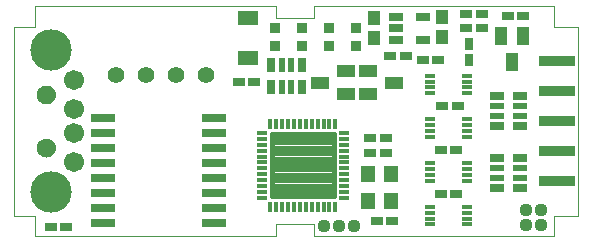
<source format=gts>
G75*
%MOIN*%
%OFA0B0*%
%FSLAX25Y25*%
%IPPOS*%
%LPD*%
%AMOC8*
5,1,8,0,0,1.08239X$1,22.5*
%
%ADD10C,0.00000*%
%ADD11R,0.08274X0.02762*%
%ADD12R,0.03943X0.03156*%
%ADD13R,0.03550X0.01581*%
%ADD14R,0.03156X0.03943*%
%ADD15R,0.04731X0.05518*%
%ADD16R,0.05912X0.04337*%
%ADD17R,0.04337X0.05912*%
%ADD18R,0.12211X0.03746*%
%ADD19R,0.05124X0.02762*%
%ADD20R,0.04337X0.04731*%
%ADD21R,0.03550X0.03550*%
%ADD22R,0.04731X0.02172*%
%ADD23R,0.04731X0.02959*%
%ADD24R,0.02172X0.04731*%
%ADD25R,0.02959X0.04731*%
%ADD26C,0.01796*%
%ADD27R,0.01581X0.03550*%
%ADD28R,0.07093X0.05124*%
%ADD29C,0.05550*%
%ADD30C,0.04369*%
%ADD31C,0.06699*%
%ADD32C,0.13786*%
%ADD33C,0.06306*%
D10*
X0015795Y0011110D02*
X0015795Y0018000D01*
X0008906Y0018000D01*
X0008906Y0080992D01*
X0015795Y0080992D01*
X0015795Y0087882D01*
X0096110Y0087882D01*
X0096110Y0083748D01*
X0108709Y0083748D01*
X0108709Y0087882D01*
X0189024Y0087882D01*
X0189024Y0080992D01*
X0196898Y0080992D01*
X0196898Y0018000D01*
X0189024Y0018000D01*
X0189024Y0011110D01*
X0108709Y0011110D01*
X0108709Y0015244D01*
X0096110Y0015244D01*
X0096110Y0011110D01*
X0015795Y0011110D01*
X0016582Y0040638D02*
X0016584Y0040746D01*
X0016590Y0040855D01*
X0016600Y0040963D01*
X0016614Y0041070D01*
X0016632Y0041177D01*
X0016653Y0041284D01*
X0016679Y0041389D01*
X0016709Y0041494D01*
X0016742Y0041597D01*
X0016779Y0041699D01*
X0016820Y0041799D01*
X0016864Y0041898D01*
X0016913Y0041996D01*
X0016964Y0042091D01*
X0017019Y0042184D01*
X0017078Y0042276D01*
X0017140Y0042365D01*
X0017205Y0042452D01*
X0017273Y0042536D01*
X0017344Y0042618D01*
X0017418Y0042697D01*
X0017495Y0042773D01*
X0017575Y0042847D01*
X0017658Y0042917D01*
X0017743Y0042985D01*
X0017830Y0043049D01*
X0017920Y0043110D01*
X0018012Y0043168D01*
X0018106Y0043222D01*
X0018202Y0043273D01*
X0018299Y0043320D01*
X0018399Y0043364D01*
X0018500Y0043404D01*
X0018602Y0043440D01*
X0018705Y0043472D01*
X0018810Y0043501D01*
X0018916Y0043525D01*
X0019022Y0043546D01*
X0019129Y0043563D01*
X0019237Y0043576D01*
X0019345Y0043585D01*
X0019454Y0043590D01*
X0019562Y0043591D01*
X0019671Y0043588D01*
X0019779Y0043581D01*
X0019887Y0043570D01*
X0019994Y0043555D01*
X0020101Y0043536D01*
X0020207Y0043513D01*
X0020312Y0043487D01*
X0020417Y0043456D01*
X0020519Y0043422D01*
X0020621Y0043384D01*
X0020721Y0043342D01*
X0020820Y0043297D01*
X0020917Y0043248D01*
X0021011Y0043195D01*
X0021104Y0043139D01*
X0021195Y0043080D01*
X0021284Y0043017D01*
X0021370Y0042952D01*
X0021454Y0042883D01*
X0021535Y0042811D01*
X0021613Y0042736D01*
X0021689Y0042658D01*
X0021762Y0042577D01*
X0021832Y0042494D01*
X0021898Y0042409D01*
X0021962Y0042321D01*
X0022022Y0042230D01*
X0022079Y0042138D01*
X0022132Y0042043D01*
X0022182Y0041947D01*
X0022228Y0041849D01*
X0022271Y0041749D01*
X0022310Y0041648D01*
X0022345Y0041545D01*
X0022377Y0041442D01*
X0022404Y0041337D01*
X0022428Y0041231D01*
X0022448Y0041124D01*
X0022464Y0041017D01*
X0022476Y0040909D01*
X0022484Y0040801D01*
X0022488Y0040692D01*
X0022488Y0040584D01*
X0022484Y0040475D01*
X0022476Y0040367D01*
X0022464Y0040259D01*
X0022448Y0040152D01*
X0022428Y0040045D01*
X0022404Y0039939D01*
X0022377Y0039834D01*
X0022345Y0039731D01*
X0022310Y0039628D01*
X0022271Y0039527D01*
X0022228Y0039427D01*
X0022182Y0039329D01*
X0022132Y0039233D01*
X0022079Y0039138D01*
X0022022Y0039046D01*
X0021962Y0038955D01*
X0021898Y0038867D01*
X0021832Y0038782D01*
X0021762Y0038699D01*
X0021689Y0038618D01*
X0021613Y0038540D01*
X0021535Y0038465D01*
X0021454Y0038393D01*
X0021370Y0038324D01*
X0021284Y0038259D01*
X0021195Y0038196D01*
X0021104Y0038137D01*
X0021012Y0038081D01*
X0020917Y0038028D01*
X0020820Y0037979D01*
X0020721Y0037934D01*
X0020621Y0037892D01*
X0020519Y0037854D01*
X0020417Y0037820D01*
X0020312Y0037789D01*
X0020207Y0037763D01*
X0020101Y0037740D01*
X0019994Y0037721D01*
X0019887Y0037706D01*
X0019779Y0037695D01*
X0019671Y0037688D01*
X0019562Y0037685D01*
X0019454Y0037686D01*
X0019345Y0037691D01*
X0019237Y0037700D01*
X0019129Y0037713D01*
X0019022Y0037730D01*
X0018916Y0037751D01*
X0018810Y0037775D01*
X0018705Y0037804D01*
X0018602Y0037836D01*
X0018500Y0037872D01*
X0018399Y0037912D01*
X0018299Y0037956D01*
X0018202Y0038003D01*
X0018106Y0038054D01*
X0018012Y0038108D01*
X0017920Y0038166D01*
X0017830Y0038227D01*
X0017743Y0038291D01*
X0017658Y0038359D01*
X0017575Y0038429D01*
X0017495Y0038503D01*
X0017418Y0038579D01*
X0017344Y0038658D01*
X0017273Y0038740D01*
X0017205Y0038824D01*
X0017140Y0038911D01*
X0017078Y0039000D01*
X0017019Y0039092D01*
X0016964Y0039185D01*
X0016913Y0039280D01*
X0016864Y0039378D01*
X0016820Y0039477D01*
X0016779Y0039577D01*
X0016742Y0039679D01*
X0016709Y0039782D01*
X0016679Y0039887D01*
X0016653Y0039992D01*
X0016632Y0040099D01*
X0016614Y0040206D01*
X0016600Y0040313D01*
X0016590Y0040421D01*
X0016584Y0040530D01*
X0016582Y0040638D01*
X0016582Y0058354D02*
X0016584Y0058462D01*
X0016590Y0058571D01*
X0016600Y0058679D01*
X0016614Y0058786D01*
X0016632Y0058893D01*
X0016653Y0059000D01*
X0016679Y0059105D01*
X0016709Y0059210D01*
X0016742Y0059313D01*
X0016779Y0059415D01*
X0016820Y0059515D01*
X0016864Y0059614D01*
X0016913Y0059712D01*
X0016964Y0059807D01*
X0017019Y0059900D01*
X0017078Y0059992D01*
X0017140Y0060081D01*
X0017205Y0060168D01*
X0017273Y0060252D01*
X0017344Y0060334D01*
X0017418Y0060413D01*
X0017495Y0060489D01*
X0017575Y0060563D01*
X0017658Y0060633D01*
X0017743Y0060701D01*
X0017830Y0060765D01*
X0017920Y0060826D01*
X0018012Y0060884D01*
X0018106Y0060938D01*
X0018202Y0060989D01*
X0018299Y0061036D01*
X0018399Y0061080D01*
X0018500Y0061120D01*
X0018602Y0061156D01*
X0018705Y0061188D01*
X0018810Y0061217D01*
X0018916Y0061241D01*
X0019022Y0061262D01*
X0019129Y0061279D01*
X0019237Y0061292D01*
X0019345Y0061301D01*
X0019454Y0061306D01*
X0019562Y0061307D01*
X0019671Y0061304D01*
X0019779Y0061297D01*
X0019887Y0061286D01*
X0019994Y0061271D01*
X0020101Y0061252D01*
X0020207Y0061229D01*
X0020312Y0061203D01*
X0020417Y0061172D01*
X0020519Y0061138D01*
X0020621Y0061100D01*
X0020721Y0061058D01*
X0020820Y0061013D01*
X0020917Y0060964D01*
X0021011Y0060911D01*
X0021104Y0060855D01*
X0021195Y0060796D01*
X0021284Y0060733D01*
X0021370Y0060668D01*
X0021454Y0060599D01*
X0021535Y0060527D01*
X0021613Y0060452D01*
X0021689Y0060374D01*
X0021762Y0060293D01*
X0021832Y0060210D01*
X0021898Y0060125D01*
X0021962Y0060037D01*
X0022022Y0059946D01*
X0022079Y0059854D01*
X0022132Y0059759D01*
X0022182Y0059663D01*
X0022228Y0059565D01*
X0022271Y0059465D01*
X0022310Y0059364D01*
X0022345Y0059261D01*
X0022377Y0059158D01*
X0022404Y0059053D01*
X0022428Y0058947D01*
X0022448Y0058840D01*
X0022464Y0058733D01*
X0022476Y0058625D01*
X0022484Y0058517D01*
X0022488Y0058408D01*
X0022488Y0058300D01*
X0022484Y0058191D01*
X0022476Y0058083D01*
X0022464Y0057975D01*
X0022448Y0057868D01*
X0022428Y0057761D01*
X0022404Y0057655D01*
X0022377Y0057550D01*
X0022345Y0057447D01*
X0022310Y0057344D01*
X0022271Y0057243D01*
X0022228Y0057143D01*
X0022182Y0057045D01*
X0022132Y0056949D01*
X0022079Y0056854D01*
X0022022Y0056762D01*
X0021962Y0056671D01*
X0021898Y0056583D01*
X0021832Y0056498D01*
X0021762Y0056415D01*
X0021689Y0056334D01*
X0021613Y0056256D01*
X0021535Y0056181D01*
X0021454Y0056109D01*
X0021370Y0056040D01*
X0021284Y0055975D01*
X0021195Y0055912D01*
X0021104Y0055853D01*
X0021012Y0055797D01*
X0020917Y0055744D01*
X0020820Y0055695D01*
X0020721Y0055650D01*
X0020621Y0055608D01*
X0020519Y0055570D01*
X0020417Y0055536D01*
X0020312Y0055505D01*
X0020207Y0055479D01*
X0020101Y0055456D01*
X0019994Y0055437D01*
X0019887Y0055422D01*
X0019779Y0055411D01*
X0019671Y0055404D01*
X0019562Y0055401D01*
X0019454Y0055402D01*
X0019345Y0055407D01*
X0019237Y0055416D01*
X0019129Y0055429D01*
X0019022Y0055446D01*
X0018916Y0055467D01*
X0018810Y0055491D01*
X0018705Y0055520D01*
X0018602Y0055552D01*
X0018500Y0055588D01*
X0018399Y0055628D01*
X0018299Y0055672D01*
X0018202Y0055719D01*
X0018106Y0055770D01*
X0018012Y0055824D01*
X0017920Y0055882D01*
X0017830Y0055943D01*
X0017743Y0056007D01*
X0017658Y0056075D01*
X0017575Y0056145D01*
X0017495Y0056219D01*
X0017418Y0056295D01*
X0017344Y0056374D01*
X0017273Y0056456D01*
X0017205Y0056540D01*
X0017140Y0056627D01*
X0017078Y0056716D01*
X0017019Y0056808D01*
X0016964Y0056901D01*
X0016913Y0056996D01*
X0016864Y0057094D01*
X0016820Y0057193D01*
X0016779Y0057293D01*
X0016742Y0057395D01*
X0016709Y0057498D01*
X0016679Y0057603D01*
X0016653Y0057708D01*
X0016632Y0057815D01*
X0016614Y0057922D01*
X0016600Y0058029D01*
X0016590Y0058137D01*
X0016584Y0058246D01*
X0016582Y0058354D01*
D11*
X0038630Y0050461D03*
X0038630Y0045461D03*
X0038630Y0040461D03*
X0038630Y0035461D03*
X0038630Y0030461D03*
X0038630Y0025461D03*
X0038630Y0020461D03*
X0038630Y0015461D03*
X0075638Y0015461D03*
X0075638Y0020461D03*
X0075638Y0025461D03*
X0075638Y0030461D03*
X0075638Y0035461D03*
X0075638Y0040461D03*
X0075638Y0045461D03*
X0075638Y0050461D03*
D12*
X0083906Y0062488D03*
X0089024Y0062488D03*
X0127606Y0043984D03*
X0132724Y0043984D03*
X0132724Y0038866D03*
X0127606Y0038866D03*
X0151228Y0039850D03*
X0156346Y0039850D03*
X0156346Y0025283D03*
X0151228Y0025283D03*
X0134890Y0016031D03*
X0129772Y0016031D03*
X0151622Y0054417D03*
X0156740Y0054417D03*
X0150244Y0069772D03*
X0145126Y0069772D03*
X0139417Y0071346D03*
X0134299Y0071346D03*
X0159693Y0080402D03*
X0164811Y0080402D03*
X0173472Y0084535D03*
X0178591Y0084535D03*
X0164811Y0085126D03*
X0159693Y0085126D03*
X0026228Y0014063D03*
X0021110Y0014063D03*
D13*
X0091386Y0023906D03*
X0091386Y0025874D03*
X0091386Y0027843D03*
X0091386Y0029811D03*
X0091386Y0031780D03*
X0091386Y0033748D03*
X0091386Y0035717D03*
X0091386Y0037685D03*
X0091386Y0039654D03*
X0091386Y0041622D03*
X0091386Y0043591D03*
X0091386Y0045559D03*
X0118945Y0045559D03*
X0118945Y0043591D03*
X0118945Y0041622D03*
X0118945Y0039654D03*
X0118945Y0037685D03*
X0118945Y0035717D03*
X0118945Y0033748D03*
X0118945Y0031780D03*
X0118945Y0029811D03*
X0118945Y0027843D03*
X0118945Y0025874D03*
X0118945Y0023906D03*
X0147685Y0020953D03*
X0147685Y0018984D03*
X0147685Y0017016D03*
X0147685Y0015047D03*
X0159890Y0015047D03*
X0159890Y0017016D03*
X0159890Y0018984D03*
X0159890Y0020953D03*
X0159890Y0029614D03*
X0159890Y0031583D03*
X0159890Y0033551D03*
X0159890Y0035520D03*
X0147685Y0035520D03*
X0147685Y0033551D03*
X0147685Y0031583D03*
X0147685Y0029614D03*
X0147685Y0044181D03*
X0147685Y0046150D03*
X0147685Y0048118D03*
X0147685Y0050087D03*
X0159890Y0050087D03*
X0159890Y0048118D03*
X0159890Y0046150D03*
X0159890Y0044181D03*
X0159890Y0058748D03*
X0159890Y0060717D03*
X0159890Y0062685D03*
X0159890Y0064654D03*
X0147685Y0064654D03*
X0147685Y0062685D03*
X0147685Y0060717D03*
X0147685Y0058748D03*
D14*
X0160480Y0069969D03*
X0160480Y0075087D03*
D15*
X0134496Y0031976D03*
X0127016Y0031976D03*
X0127016Y0022921D03*
X0134496Y0022921D03*
D16*
X0127016Y0058551D03*
X0119535Y0058551D03*
X0110874Y0062291D03*
X0119535Y0066031D03*
X0127016Y0066031D03*
X0135677Y0062291D03*
D17*
X0171110Y0077843D03*
X0178591Y0077843D03*
X0174850Y0069181D03*
D18*
X0189969Y0069496D03*
X0189969Y0059496D03*
X0189969Y0049496D03*
X0189969Y0039496D03*
X0189969Y0029496D03*
D19*
X0145126Y0076661D03*
X0136071Y0076661D03*
X0136071Y0080402D03*
X0136071Y0084142D03*
X0145126Y0084142D03*
D20*
X0151622Y0084339D03*
X0151622Y0077646D03*
X0128984Y0077055D03*
X0128984Y0083748D03*
D21*
X0122882Y0080402D03*
X0113827Y0080402D03*
X0104772Y0080402D03*
X0095717Y0080402D03*
X0095717Y0074496D03*
X0104772Y0074496D03*
X0113827Y0074496D03*
X0122882Y0074496D03*
D22*
X0169929Y0054417D03*
X0169929Y0051268D03*
X0177409Y0051268D03*
X0177409Y0054417D03*
X0177409Y0033748D03*
X0177409Y0030598D03*
X0169929Y0030598D03*
X0169929Y0033748D03*
D23*
X0169929Y0037291D03*
X0177409Y0037291D03*
X0177409Y0027055D03*
X0169929Y0027055D03*
X0169929Y0047724D03*
X0177409Y0047724D03*
X0177409Y0057961D03*
X0169929Y0057961D03*
D24*
X0101228Y0060717D03*
X0098079Y0060717D03*
X0098079Y0068197D03*
X0101228Y0068197D03*
D25*
X0104772Y0068197D03*
X0094535Y0068197D03*
X0094535Y0060717D03*
X0104772Y0060717D03*
D26*
X0094840Y0045057D02*
X0115490Y0045057D01*
X0115490Y0024407D01*
X0094840Y0024407D01*
X0094840Y0045057D01*
X0094840Y0026202D02*
X0115490Y0026202D01*
X0115490Y0027997D02*
X0094840Y0027997D01*
X0094840Y0029792D02*
X0115490Y0029792D01*
X0115490Y0031587D02*
X0094840Y0031587D01*
X0094840Y0033382D02*
X0115490Y0033382D01*
X0115490Y0035177D02*
X0094840Y0035177D01*
X0094840Y0036972D02*
X0115490Y0036972D01*
X0115490Y0038767D02*
X0094840Y0038767D01*
X0094840Y0040562D02*
X0115490Y0040562D01*
X0115490Y0042357D02*
X0094840Y0042357D01*
X0094840Y0044152D02*
X0115490Y0044152D01*
D27*
X0115992Y0048512D03*
X0114024Y0048512D03*
X0112055Y0048512D03*
X0110087Y0048512D03*
X0108118Y0048512D03*
X0106150Y0048512D03*
X0104181Y0048512D03*
X0102213Y0048512D03*
X0100244Y0048512D03*
X0098276Y0048512D03*
X0096307Y0048512D03*
X0094339Y0048512D03*
X0094339Y0020953D03*
X0096307Y0020953D03*
X0098276Y0020953D03*
X0100244Y0020953D03*
X0102213Y0020953D03*
X0104181Y0020953D03*
X0106150Y0020953D03*
X0108118Y0020953D03*
X0110087Y0020953D03*
X0112055Y0020953D03*
X0114024Y0020953D03*
X0115992Y0020953D03*
D28*
X0086858Y0070362D03*
X0086858Y0083748D03*
D29*
X0072724Y0064850D03*
X0062724Y0064850D03*
X0052724Y0064850D03*
X0042724Y0064850D03*
D30*
X0112370Y0014457D03*
X0117370Y0014457D03*
X0122370Y0014457D03*
X0179437Y0014909D03*
X0184437Y0014909D03*
X0184437Y0019909D03*
X0179437Y0019909D03*
D31*
X0028984Y0035717D03*
X0028984Y0045559D03*
X0028984Y0053433D03*
X0028984Y0063276D03*
D32*
X0021110Y0073118D03*
X0021110Y0025874D03*
D33*
X0019535Y0040638D03*
X0019535Y0058354D03*
M02*

</source>
